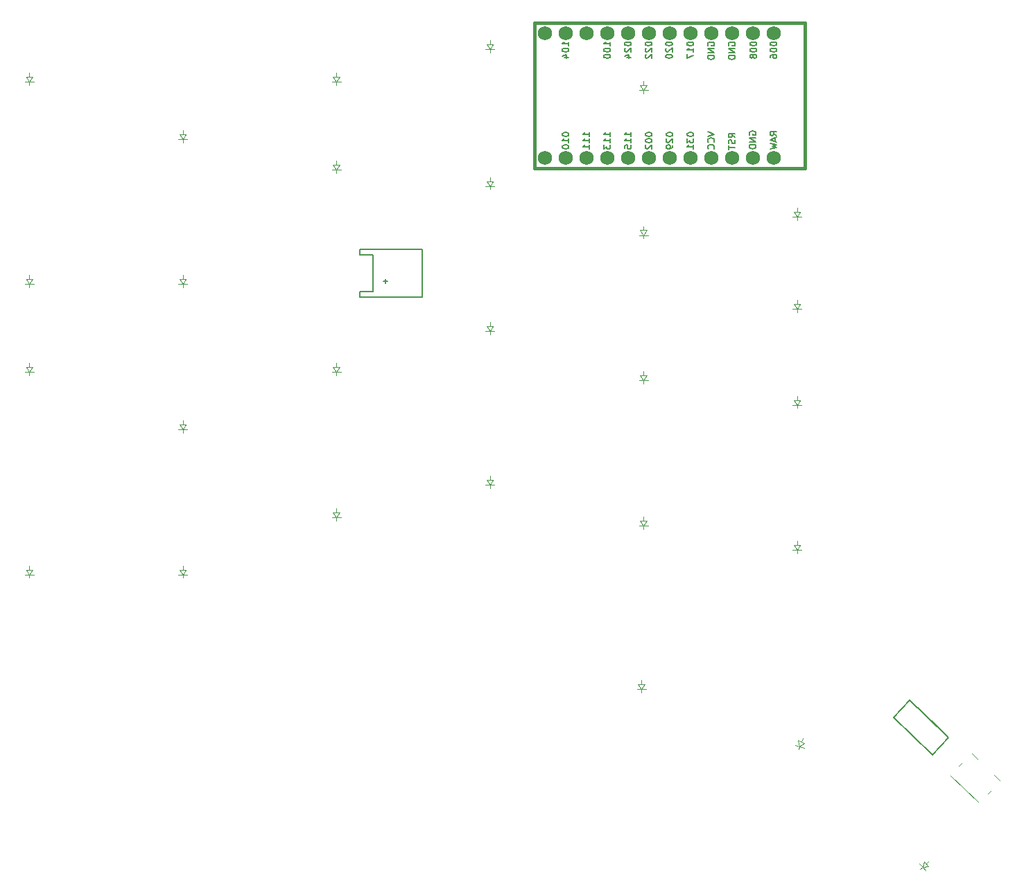
<source format=gbr>
%TF.GenerationSoftware,KiCad,Pcbnew,8.0.7*%
%TF.CreationDate,2024-12-27T12:49:26-06:00*%
%TF.ProjectId,left,6c656674-2e6b-4696-9361-645f70636258,v1.0.0*%
%TF.SameCoordinates,Original*%
%TF.FileFunction,Legend,Bot*%
%TF.FilePolarity,Positive*%
%FSLAX46Y46*%
G04 Gerber Fmt 4.6, Leading zero omitted, Abs format (unit mm)*
G04 Created by KiCad (PCBNEW 8.0.7) date 2024-12-27 12:49:26*
%MOMM*%
%LPD*%
G01*
G04 APERTURE LIST*
%ADD10C,0.150000*%
%ADD11C,0.100000*%
%ADD12C,0.381000*%
%ADD13C,0.120000*%
%ADD14C,1.752600*%
G04 APERTURE END LIST*
D10*
X195780390Y-100095143D02*
X195742295Y-100018953D01*
X195742295Y-100018953D02*
X195742295Y-99904667D01*
X195742295Y-99904667D02*
X195780390Y-99790381D01*
X195780390Y-99790381D02*
X195856580Y-99714191D01*
X195856580Y-99714191D02*
X195932771Y-99676096D01*
X195932771Y-99676096D02*
X196085152Y-99638000D01*
X196085152Y-99638000D02*
X196199438Y-99638000D01*
X196199438Y-99638000D02*
X196351819Y-99676096D01*
X196351819Y-99676096D02*
X196428009Y-99714191D01*
X196428009Y-99714191D02*
X196504200Y-99790381D01*
X196504200Y-99790381D02*
X196542295Y-99904667D01*
X196542295Y-99904667D02*
X196542295Y-99980858D01*
X196542295Y-99980858D02*
X196504200Y-100095143D01*
X196504200Y-100095143D02*
X196466104Y-100133239D01*
X196466104Y-100133239D02*
X196199438Y-100133239D01*
X196199438Y-100133239D02*
X196199438Y-99980858D01*
X196542295Y-100476096D02*
X195742295Y-100476096D01*
X195742295Y-100476096D02*
X196542295Y-100933239D01*
X196542295Y-100933239D02*
X195742295Y-100933239D01*
X196542295Y-101314191D02*
X195742295Y-101314191D01*
X195742295Y-101314191D02*
X195742295Y-101504667D01*
X195742295Y-101504667D02*
X195780390Y-101618953D01*
X195780390Y-101618953D02*
X195856580Y-101695143D01*
X195856580Y-101695143D02*
X195932771Y-101733238D01*
X195932771Y-101733238D02*
X196085152Y-101771334D01*
X196085152Y-101771334D02*
X196199438Y-101771334D01*
X196199438Y-101771334D02*
X196351819Y-101733238D01*
X196351819Y-101733238D02*
X196428009Y-101695143D01*
X196428009Y-101695143D02*
X196504200Y-101618953D01*
X196504200Y-101618953D02*
X196542295Y-101504667D01*
X196542295Y-101504667D02*
X196542295Y-101314191D01*
X190700390Y-89179476D02*
X190662295Y-89103286D01*
X190662295Y-89103286D02*
X190662295Y-88989000D01*
X190662295Y-88989000D02*
X190700390Y-88874714D01*
X190700390Y-88874714D02*
X190776580Y-88798524D01*
X190776580Y-88798524D02*
X190852771Y-88760429D01*
X190852771Y-88760429D02*
X191005152Y-88722333D01*
X191005152Y-88722333D02*
X191119438Y-88722333D01*
X191119438Y-88722333D02*
X191271819Y-88760429D01*
X191271819Y-88760429D02*
X191348009Y-88798524D01*
X191348009Y-88798524D02*
X191424200Y-88874714D01*
X191424200Y-88874714D02*
X191462295Y-88989000D01*
X191462295Y-88989000D02*
X191462295Y-89065191D01*
X191462295Y-89065191D02*
X191424200Y-89179476D01*
X191424200Y-89179476D02*
X191386104Y-89217572D01*
X191386104Y-89217572D02*
X191119438Y-89217572D01*
X191119438Y-89217572D02*
X191119438Y-89065191D01*
X191462295Y-89560429D02*
X190662295Y-89560429D01*
X190662295Y-89560429D02*
X191462295Y-90017572D01*
X191462295Y-90017572D02*
X190662295Y-90017572D01*
X191462295Y-90398524D02*
X190662295Y-90398524D01*
X190662295Y-90398524D02*
X190662295Y-90589000D01*
X190662295Y-90589000D02*
X190700390Y-90703286D01*
X190700390Y-90703286D02*
X190776580Y-90779476D01*
X190776580Y-90779476D02*
X190852771Y-90817571D01*
X190852771Y-90817571D02*
X191005152Y-90855667D01*
X191005152Y-90855667D02*
X191119438Y-90855667D01*
X191119438Y-90855667D02*
X191271819Y-90817571D01*
X191271819Y-90817571D02*
X191348009Y-90779476D01*
X191348009Y-90779476D02*
X191424200Y-90703286D01*
X191424200Y-90703286D02*
X191462295Y-90589000D01*
X191462295Y-90589000D02*
X191462295Y-90398524D01*
X183042295Y-99987191D02*
X183042295Y-100063381D01*
X183042295Y-100063381D02*
X183080390Y-100139572D01*
X183080390Y-100139572D02*
X183118485Y-100177667D01*
X183118485Y-100177667D02*
X183194676Y-100215762D01*
X183194676Y-100215762D02*
X183347057Y-100253857D01*
X183347057Y-100253857D02*
X183537533Y-100253857D01*
X183537533Y-100253857D02*
X183689914Y-100215762D01*
X183689914Y-100215762D02*
X183766104Y-100177667D01*
X183766104Y-100177667D02*
X183804200Y-100139572D01*
X183804200Y-100139572D02*
X183842295Y-100063381D01*
X183842295Y-100063381D02*
X183842295Y-99987191D01*
X183842295Y-99987191D02*
X183804200Y-99911000D01*
X183804200Y-99911000D02*
X183766104Y-99872905D01*
X183766104Y-99872905D02*
X183689914Y-99834810D01*
X183689914Y-99834810D02*
X183537533Y-99796714D01*
X183537533Y-99796714D02*
X183347057Y-99796714D01*
X183347057Y-99796714D02*
X183194676Y-99834810D01*
X183194676Y-99834810D02*
X183118485Y-99872905D01*
X183118485Y-99872905D02*
X183080390Y-99911000D01*
X183080390Y-99911000D02*
X183042295Y-99987191D01*
X183042295Y-100749096D02*
X183042295Y-100825286D01*
X183042295Y-100825286D02*
X183080390Y-100901477D01*
X183080390Y-100901477D02*
X183118485Y-100939572D01*
X183118485Y-100939572D02*
X183194676Y-100977667D01*
X183194676Y-100977667D02*
X183347057Y-101015762D01*
X183347057Y-101015762D02*
X183537533Y-101015762D01*
X183537533Y-101015762D02*
X183689914Y-100977667D01*
X183689914Y-100977667D02*
X183766104Y-100939572D01*
X183766104Y-100939572D02*
X183804200Y-100901477D01*
X183804200Y-100901477D02*
X183842295Y-100825286D01*
X183842295Y-100825286D02*
X183842295Y-100749096D01*
X183842295Y-100749096D02*
X183804200Y-100672905D01*
X183804200Y-100672905D02*
X183766104Y-100634810D01*
X183766104Y-100634810D02*
X183689914Y-100596715D01*
X183689914Y-100596715D02*
X183537533Y-100558619D01*
X183537533Y-100558619D02*
X183347057Y-100558619D01*
X183347057Y-100558619D02*
X183194676Y-100596715D01*
X183194676Y-100596715D02*
X183118485Y-100634810D01*
X183118485Y-100634810D02*
X183080390Y-100672905D01*
X183080390Y-100672905D02*
X183042295Y-100749096D01*
X183118485Y-101320524D02*
X183080390Y-101358620D01*
X183080390Y-101358620D02*
X183042295Y-101434810D01*
X183042295Y-101434810D02*
X183042295Y-101625286D01*
X183042295Y-101625286D02*
X183080390Y-101701477D01*
X183080390Y-101701477D02*
X183118485Y-101739572D01*
X183118485Y-101739572D02*
X183194676Y-101777667D01*
X183194676Y-101777667D02*
X183270866Y-101777667D01*
X183270866Y-101777667D02*
X183385152Y-101739572D01*
X183385152Y-101739572D02*
X183842295Y-101282429D01*
X183842295Y-101282429D02*
X183842295Y-101777667D01*
X185512295Y-88912810D02*
X185512295Y-88989000D01*
X185512295Y-88989000D02*
X185550390Y-89065191D01*
X185550390Y-89065191D02*
X185588485Y-89103286D01*
X185588485Y-89103286D02*
X185664676Y-89141381D01*
X185664676Y-89141381D02*
X185817057Y-89179476D01*
X185817057Y-89179476D02*
X186007533Y-89179476D01*
X186007533Y-89179476D02*
X186159914Y-89141381D01*
X186159914Y-89141381D02*
X186236104Y-89103286D01*
X186236104Y-89103286D02*
X186274200Y-89065191D01*
X186274200Y-89065191D02*
X186312295Y-88989000D01*
X186312295Y-88989000D02*
X186312295Y-88912810D01*
X186312295Y-88912810D02*
X186274200Y-88836619D01*
X186274200Y-88836619D02*
X186236104Y-88798524D01*
X186236104Y-88798524D02*
X186159914Y-88760429D01*
X186159914Y-88760429D02*
X186007533Y-88722333D01*
X186007533Y-88722333D02*
X185817057Y-88722333D01*
X185817057Y-88722333D02*
X185664676Y-88760429D01*
X185664676Y-88760429D02*
X185588485Y-88798524D01*
X185588485Y-88798524D02*
X185550390Y-88836619D01*
X185550390Y-88836619D02*
X185512295Y-88912810D01*
X185588485Y-89484238D02*
X185550390Y-89522334D01*
X185550390Y-89522334D02*
X185512295Y-89598524D01*
X185512295Y-89598524D02*
X185512295Y-89789000D01*
X185512295Y-89789000D02*
X185550390Y-89865191D01*
X185550390Y-89865191D02*
X185588485Y-89903286D01*
X185588485Y-89903286D02*
X185664676Y-89941381D01*
X185664676Y-89941381D02*
X185740866Y-89941381D01*
X185740866Y-89941381D02*
X185855152Y-89903286D01*
X185855152Y-89903286D02*
X186312295Y-89446143D01*
X186312295Y-89446143D02*
X186312295Y-89941381D01*
X185512295Y-90436620D02*
X185512295Y-90512810D01*
X185512295Y-90512810D02*
X185550390Y-90589001D01*
X185550390Y-90589001D02*
X185588485Y-90627096D01*
X185588485Y-90627096D02*
X185664676Y-90665191D01*
X185664676Y-90665191D02*
X185817057Y-90703286D01*
X185817057Y-90703286D02*
X186007533Y-90703286D01*
X186007533Y-90703286D02*
X186159914Y-90665191D01*
X186159914Y-90665191D02*
X186236104Y-90627096D01*
X186236104Y-90627096D02*
X186274200Y-90589001D01*
X186274200Y-90589001D02*
X186312295Y-90512810D01*
X186312295Y-90512810D02*
X186312295Y-90436620D01*
X186312295Y-90436620D02*
X186274200Y-90360429D01*
X186274200Y-90360429D02*
X186236104Y-90322334D01*
X186236104Y-90322334D02*
X186159914Y-90284239D01*
X186159914Y-90284239D02*
X186007533Y-90246143D01*
X186007533Y-90246143D02*
X185817057Y-90246143D01*
X185817057Y-90246143D02*
X185664676Y-90284239D01*
X185664676Y-90284239D02*
X185588485Y-90322334D01*
X185588485Y-90322334D02*
X185550390Y-90360429D01*
X185550390Y-90360429D02*
X185512295Y-90436620D01*
X188112295Y-88912810D02*
X188112295Y-88989000D01*
X188112295Y-88989000D02*
X188150390Y-89065191D01*
X188150390Y-89065191D02*
X188188485Y-89103286D01*
X188188485Y-89103286D02*
X188264676Y-89141381D01*
X188264676Y-89141381D02*
X188417057Y-89179476D01*
X188417057Y-89179476D02*
X188607533Y-89179476D01*
X188607533Y-89179476D02*
X188759914Y-89141381D01*
X188759914Y-89141381D02*
X188836104Y-89103286D01*
X188836104Y-89103286D02*
X188874200Y-89065191D01*
X188874200Y-89065191D02*
X188912295Y-88989000D01*
X188912295Y-88989000D02*
X188912295Y-88912810D01*
X188912295Y-88912810D02*
X188874200Y-88836619D01*
X188874200Y-88836619D02*
X188836104Y-88798524D01*
X188836104Y-88798524D02*
X188759914Y-88760429D01*
X188759914Y-88760429D02*
X188607533Y-88722333D01*
X188607533Y-88722333D02*
X188417057Y-88722333D01*
X188417057Y-88722333D02*
X188264676Y-88760429D01*
X188264676Y-88760429D02*
X188188485Y-88798524D01*
X188188485Y-88798524D02*
X188150390Y-88836619D01*
X188150390Y-88836619D02*
X188112295Y-88912810D01*
X188912295Y-89941381D02*
X188912295Y-89484238D01*
X188912295Y-89712810D02*
X188112295Y-89712810D01*
X188112295Y-89712810D02*
X188226580Y-89636619D01*
X188226580Y-89636619D02*
X188302771Y-89560429D01*
X188302771Y-89560429D02*
X188340866Y-89484238D01*
X188112295Y-90208048D02*
X188112295Y-90741382D01*
X188112295Y-90741382D02*
X188912295Y-90398524D01*
X195812295Y-88912810D02*
X195812295Y-88989000D01*
X195812295Y-88989000D02*
X195850390Y-89065191D01*
X195850390Y-89065191D02*
X195888485Y-89103286D01*
X195888485Y-89103286D02*
X195964676Y-89141381D01*
X195964676Y-89141381D02*
X196117057Y-89179476D01*
X196117057Y-89179476D02*
X196307533Y-89179476D01*
X196307533Y-89179476D02*
X196459914Y-89141381D01*
X196459914Y-89141381D02*
X196536104Y-89103286D01*
X196536104Y-89103286D02*
X196574200Y-89065191D01*
X196574200Y-89065191D02*
X196612295Y-88989000D01*
X196612295Y-88989000D02*
X196612295Y-88912810D01*
X196612295Y-88912810D02*
X196574200Y-88836619D01*
X196574200Y-88836619D02*
X196536104Y-88798524D01*
X196536104Y-88798524D02*
X196459914Y-88760429D01*
X196459914Y-88760429D02*
X196307533Y-88722333D01*
X196307533Y-88722333D02*
X196117057Y-88722333D01*
X196117057Y-88722333D02*
X195964676Y-88760429D01*
X195964676Y-88760429D02*
X195888485Y-88798524D01*
X195888485Y-88798524D02*
X195850390Y-88836619D01*
X195850390Y-88836619D02*
X195812295Y-88912810D01*
X195812295Y-89674715D02*
X195812295Y-89750905D01*
X195812295Y-89750905D02*
X195850390Y-89827096D01*
X195850390Y-89827096D02*
X195888485Y-89865191D01*
X195888485Y-89865191D02*
X195964676Y-89903286D01*
X195964676Y-89903286D02*
X196117057Y-89941381D01*
X196117057Y-89941381D02*
X196307533Y-89941381D01*
X196307533Y-89941381D02*
X196459914Y-89903286D01*
X196459914Y-89903286D02*
X196536104Y-89865191D01*
X196536104Y-89865191D02*
X196574200Y-89827096D01*
X196574200Y-89827096D02*
X196612295Y-89750905D01*
X196612295Y-89750905D02*
X196612295Y-89674715D01*
X196612295Y-89674715D02*
X196574200Y-89598524D01*
X196574200Y-89598524D02*
X196536104Y-89560429D01*
X196536104Y-89560429D02*
X196459914Y-89522334D01*
X196459914Y-89522334D02*
X196307533Y-89484238D01*
X196307533Y-89484238D02*
X196117057Y-89484238D01*
X196117057Y-89484238D02*
X195964676Y-89522334D01*
X195964676Y-89522334D02*
X195888485Y-89560429D01*
X195888485Y-89560429D02*
X195850390Y-89598524D01*
X195850390Y-89598524D02*
X195812295Y-89674715D01*
X196155152Y-90398524D02*
X196117057Y-90322334D01*
X196117057Y-90322334D02*
X196078961Y-90284239D01*
X196078961Y-90284239D02*
X196002771Y-90246143D01*
X196002771Y-90246143D02*
X195964676Y-90246143D01*
X195964676Y-90246143D02*
X195888485Y-90284239D01*
X195888485Y-90284239D02*
X195850390Y-90322334D01*
X195850390Y-90322334D02*
X195812295Y-90398524D01*
X195812295Y-90398524D02*
X195812295Y-90550905D01*
X195812295Y-90550905D02*
X195850390Y-90627096D01*
X195850390Y-90627096D02*
X195888485Y-90665191D01*
X195888485Y-90665191D02*
X195964676Y-90703286D01*
X195964676Y-90703286D02*
X196002771Y-90703286D01*
X196002771Y-90703286D02*
X196078961Y-90665191D01*
X196078961Y-90665191D02*
X196117057Y-90627096D01*
X196117057Y-90627096D02*
X196155152Y-90550905D01*
X196155152Y-90550905D02*
X196155152Y-90398524D01*
X196155152Y-90398524D02*
X196193247Y-90322334D01*
X196193247Y-90322334D02*
X196231342Y-90284239D01*
X196231342Y-90284239D02*
X196307533Y-90246143D01*
X196307533Y-90246143D02*
X196459914Y-90246143D01*
X196459914Y-90246143D02*
X196536104Y-90284239D01*
X196536104Y-90284239D02*
X196574200Y-90322334D01*
X196574200Y-90322334D02*
X196612295Y-90398524D01*
X196612295Y-90398524D02*
X196612295Y-90550905D01*
X196612295Y-90550905D02*
X196574200Y-90627096D01*
X196574200Y-90627096D02*
X196536104Y-90665191D01*
X196536104Y-90665191D02*
X196459914Y-90703286D01*
X196459914Y-90703286D02*
X196307533Y-90703286D01*
X196307533Y-90703286D02*
X196231342Y-90665191D01*
X196231342Y-90665191D02*
X196193247Y-90627096D01*
X196193247Y-90627096D02*
X196155152Y-90550905D01*
X178762295Y-89179476D02*
X178762295Y-88722333D01*
X178762295Y-88950905D02*
X177962295Y-88950905D01*
X177962295Y-88950905D02*
X178076580Y-88874714D01*
X178076580Y-88874714D02*
X178152771Y-88798524D01*
X178152771Y-88798524D02*
X178190866Y-88722333D01*
X177962295Y-89674715D02*
X177962295Y-89750905D01*
X177962295Y-89750905D02*
X178000390Y-89827096D01*
X178000390Y-89827096D02*
X178038485Y-89865191D01*
X178038485Y-89865191D02*
X178114676Y-89903286D01*
X178114676Y-89903286D02*
X178267057Y-89941381D01*
X178267057Y-89941381D02*
X178457533Y-89941381D01*
X178457533Y-89941381D02*
X178609914Y-89903286D01*
X178609914Y-89903286D02*
X178686104Y-89865191D01*
X178686104Y-89865191D02*
X178724200Y-89827096D01*
X178724200Y-89827096D02*
X178762295Y-89750905D01*
X178762295Y-89750905D02*
X178762295Y-89674715D01*
X178762295Y-89674715D02*
X178724200Y-89598524D01*
X178724200Y-89598524D02*
X178686104Y-89560429D01*
X178686104Y-89560429D02*
X178609914Y-89522334D01*
X178609914Y-89522334D02*
X178457533Y-89484238D01*
X178457533Y-89484238D02*
X178267057Y-89484238D01*
X178267057Y-89484238D02*
X178114676Y-89522334D01*
X178114676Y-89522334D02*
X178038485Y-89560429D01*
X178038485Y-89560429D02*
X178000390Y-89598524D01*
X178000390Y-89598524D02*
X177962295Y-89674715D01*
X177962295Y-90436620D02*
X177962295Y-90512810D01*
X177962295Y-90512810D02*
X178000390Y-90589001D01*
X178000390Y-90589001D02*
X178038485Y-90627096D01*
X178038485Y-90627096D02*
X178114676Y-90665191D01*
X178114676Y-90665191D02*
X178267057Y-90703286D01*
X178267057Y-90703286D02*
X178457533Y-90703286D01*
X178457533Y-90703286D02*
X178609914Y-90665191D01*
X178609914Y-90665191D02*
X178686104Y-90627096D01*
X178686104Y-90627096D02*
X178724200Y-90589001D01*
X178724200Y-90589001D02*
X178762295Y-90512810D01*
X178762295Y-90512810D02*
X178762295Y-90436620D01*
X178762295Y-90436620D02*
X178724200Y-90360429D01*
X178724200Y-90360429D02*
X178686104Y-90322334D01*
X178686104Y-90322334D02*
X178609914Y-90284239D01*
X178609914Y-90284239D02*
X178457533Y-90246143D01*
X178457533Y-90246143D02*
X178267057Y-90246143D01*
X178267057Y-90246143D02*
X178114676Y-90284239D01*
X178114676Y-90284239D02*
X178038485Y-90322334D01*
X178038485Y-90322334D02*
X178000390Y-90360429D01*
X178000390Y-90360429D02*
X177962295Y-90436620D01*
X180502295Y-88912810D02*
X180502295Y-88989000D01*
X180502295Y-88989000D02*
X180540390Y-89065191D01*
X180540390Y-89065191D02*
X180578485Y-89103286D01*
X180578485Y-89103286D02*
X180654676Y-89141381D01*
X180654676Y-89141381D02*
X180807057Y-89179476D01*
X180807057Y-89179476D02*
X180997533Y-89179476D01*
X180997533Y-89179476D02*
X181149914Y-89141381D01*
X181149914Y-89141381D02*
X181226104Y-89103286D01*
X181226104Y-89103286D02*
X181264200Y-89065191D01*
X181264200Y-89065191D02*
X181302295Y-88989000D01*
X181302295Y-88989000D02*
X181302295Y-88912810D01*
X181302295Y-88912810D02*
X181264200Y-88836619D01*
X181264200Y-88836619D02*
X181226104Y-88798524D01*
X181226104Y-88798524D02*
X181149914Y-88760429D01*
X181149914Y-88760429D02*
X180997533Y-88722333D01*
X180997533Y-88722333D02*
X180807057Y-88722333D01*
X180807057Y-88722333D02*
X180654676Y-88760429D01*
X180654676Y-88760429D02*
X180578485Y-88798524D01*
X180578485Y-88798524D02*
X180540390Y-88836619D01*
X180540390Y-88836619D02*
X180502295Y-88912810D01*
X180578485Y-89484238D02*
X180540390Y-89522334D01*
X180540390Y-89522334D02*
X180502295Y-89598524D01*
X180502295Y-89598524D02*
X180502295Y-89789000D01*
X180502295Y-89789000D02*
X180540390Y-89865191D01*
X180540390Y-89865191D02*
X180578485Y-89903286D01*
X180578485Y-89903286D02*
X180654676Y-89941381D01*
X180654676Y-89941381D02*
X180730866Y-89941381D01*
X180730866Y-89941381D02*
X180845152Y-89903286D01*
X180845152Y-89903286D02*
X181302295Y-89446143D01*
X181302295Y-89446143D02*
X181302295Y-89941381D01*
X180768961Y-90627096D02*
X181302295Y-90627096D01*
X180464200Y-90436620D02*
X181035628Y-90246143D01*
X181035628Y-90246143D02*
X181035628Y-90741382D01*
X199082295Y-100171334D02*
X198701342Y-99904667D01*
X199082295Y-99714191D02*
X198282295Y-99714191D01*
X198282295Y-99714191D02*
X198282295Y-100018953D01*
X198282295Y-100018953D02*
X198320390Y-100095143D01*
X198320390Y-100095143D02*
X198358485Y-100133238D01*
X198358485Y-100133238D02*
X198434676Y-100171334D01*
X198434676Y-100171334D02*
X198548961Y-100171334D01*
X198548961Y-100171334D02*
X198625152Y-100133238D01*
X198625152Y-100133238D02*
X198663247Y-100095143D01*
X198663247Y-100095143D02*
X198701342Y-100018953D01*
X198701342Y-100018953D02*
X198701342Y-99714191D01*
X198853723Y-100476095D02*
X198853723Y-100857048D01*
X199082295Y-100399905D02*
X198282295Y-100666572D01*
X198282295Y-100666572D02*
X199082295Y-100933238D01*
X198282295Y-101123714D02*
X199082295Y-101314190D01*
X199082295Y-101314190D02*
X198510866Y-101466571D01*
X198510866Y-101466571D02*
X199082295Y-101618952D01*
X199082295Y-101618952D02*
X198282295Y-101809429D01*
X190662295Y-99720524D02*
X191462295Y-99987191D01*
X191462295Y-99987191D02*
X190662295Y-100253857D01*
X191386104Y-100977667D02*
X191424200Y-100939571D01*
X191424200Y-100939571D02*
X191462295Y-100825286D01*
X191462295Y-100825286D02*
X191462295Y-100749095D01*
X191462295Y-100749095D02*
X191424200Y-100634809D01*
X191424200Y-100634809D02*
X191348009Y-100558619D01*
X191348009Y-100558619D02*
X191271819Y-100520524D01*
X191271819Y-100520524D02*
X191119438Y-100482428D01*
X191119438Y-100482428D02*
X191005152Y-100482428D01*
X191005152Y-100482428D02*
X190852771Y-100520524D01*
X190852771Y-100520524D02*
X190776580Y-100558619D01*
X190776580Y-100558619D02*
X190700390Y-100634809D01*
X190700390Y-100634809D02*
X190662295Y-100749095D01*
X190662295Y-100749095D02*
X190662295Y-100825286D01*
X190662295Y-100825286D02*
X190700390Y-100939571D01*
X190700390Y-100939571D02*
X190738485Y-100977667D01*
X191386104Y-101777667D02*
X191424200Y-101739571D01*
X191424200Y-101739571D02*
X191462295Y-101625286D01*
X191462295Y-101625286D02*
X191462295Y-101549095D01*
X191462295Y-101549095D02*
X191424200Y-101434809D01*
X191424200Y-101434809D02*
X191348009Y-101358619D01*
X191348009Y-101358619D02*
X191271819Y-101320524D01*
X191271819Y-101320524D02*
X191119438Y-101282428D01*
X191119438Y-101282428D02*
X191005152Y-101282428D01*
X191005152Y-101282428D02*
X190852771Y-101320524D01*
X190852771Y-101320524D02*
X190776580Y-101358619D01*
X190776580Y-101358619D02*
X190700390Y-101434809D01*
X190700390Y-101434809D02*
X190662295Y-101549095D01*
X190662295Y-101549095D02*
X190662295Y-101625286D01*
X190662295Y-101625286D02*
X190700390Y-101739571D01*
X190700390Y-101739571D02*
X190738485Y-101777667D01*
X194002295Y-100399905D02*
X193621342Y-100133238D01*
X194002295Y-99942762D02*
X193202295Y-99942762D01*
X193202295Y-99942762D02*
X193202295Y-100247524D01*
X193202295Y-100247524D02*
X193240390Y-100323714D01*
X193240390Y-100323714D02*
X193278485Y-100361809D01*
X193278485Y-100361809D02*
X193354676Y-100399905D01*
X193354676Y-100399905D02*
X193468961Y-100399905D01*
X193468961Y-100399905D02*
X193545152Y-100361809D01*
X193545152Y-100361809D02*
X193583247Y-100323714D01*
X193583247Y-100323714D02*
X193621342Y-100247524D01*
X193621342Y-100247524D02*
X193621342Y-99942762D01*
X193964200Y-100704666D02*
X194002295Y-100818952D01*
X194002295Y-100818952D02*
X194002295Y-101009428D01*
X194002295Y-101009428D02*
X193964200Y-101085619D01*
X193964200Y-101085619D02*
X193926104Y-101123714D01*
X193926104Y-101123714D02*
X193849914Y-101161809D01*
X193849914Y-101161809D02*
X193773723Y-101161809D01*
X193773723Y-101161809D02*
X193697533Y-101123714D01*
X193697533Y-101123714D02*
X193659438Y-101085619D01*
X193659438Y-101085619D02*
X193621342Y-101009428D01*
X193621342Y-101009428D02*
X193583247Y-100857047D01*
X193583247Y-100857047D02*
X193545152Y-100780857D01*
X193545152Y-100780857D02*
X193507057Y-100742762D01*
X193507057Y-100742762D02*
X193430866Y-100704666D01*
X193430866Y-100704666D02*
X193354676Y-100704666D01*
X193354676Y-100704666D02*
X193278485Y-100742762D01*
X193278485Y-100742762D02*
X193240390Y-100780857D01*
X193240390Y-100780857D02*
X193202295Y-100857047D01*
X193202295Y-100857047D02*
X193202295Y-101047524D01*
X193202295Y-101047524D02*
X193240390Y-101161809D01*
X193202295Y-101390381D02*
X193202295Y-101847524D01*
X194002295Y-101618952D02*
X193202295Y-101618952D01*
X185582295Y-99987191D02*
X185582295Y-100063381D01*
X185582295Y-100063381D02*
X185620390Y-100139572D01*
X185620390Y-100139572D02*
X185658485Y-100177667D01*
X185658485Y-100177667D02*
X185734676Y-100215762D01*
X185734676Y-100215762D02*
X185887057Y-100253857D01*
X185887057Y-100253857D02*
X186077533Y-100253857D01*
X186077533Y-100253857D02*
X186229914Y-100215762D01*
X186229914Y-100215762D02*
X186306104Y-100177667D01*
X186306104Y-100177667D02*
X186344200Y-100139572D01*
X186344200Y-100139572D02*
X186382295Y-100063381D01*
X186382295Y-100063381D02*
X186382295Y-99987191D01*
X186382295Y-99987191D02*
X186344200Y-99911000D01*
X186344200Y-99911000D02*
X186306104Y-99872905D01*
X186306104Y-99872905D02*
X186229914Y-99834810D01*
X186229914Y-99834810D02*
X186077533Y-99796714D01*
X186077533Y-99796714D02*
X185887057Y-99796714D01*
X185887057Y-99796714D02*
X185734676Y-99834810D01*
X185734676Y-99834810D02*
X185658485Y-99872905D01*
X185658485Y-99872905D02*
X185620390Y-99911000D01*
X185620390Y-99911000D02*
X185582295Y-99987191D01*
X185658485Y-100558619D02*
X185620390Y-100596715D01*
X185620390Y-100596715D02*
X185582295Y-100672905D01*
X185582295Y-100672905D02*
X185582295Y-100863381D01*
X185582295Y-100863381D02*
X185620390Y-100939572D01*
X185620390Y-100939572D02*
X185658485Y-100977667D01*
X185658485Y-100977667D02*
X185734676Y-101015762D01*
X185734676Y-101015762D02*
X185810866Y-101015762D01*
X185810866Y-101015762D02*
X185925152Y-100977667D01*
X185925152Y-100977667D02*
X186382295Y-100520524D01*
X186382295Y-100520524D02*
X186382295Y-101015762D01*
X186382295Y-101396715D02*
X186382295Y-101549096D01*
X186382295Y-101549096D02*
X186344200Y-101625286D01*
X186344200Y-101625286D02*
X186306104Y-101663382D01*
X186306104Y-101663382D02*
X186191819Y-101739572D01*
X186191819Y-101739572D02*
X186039438Y-101777667D01*
X186039438Y-101777667D02*
X185734676Y-101777667D01*
X185734676Y-101777667D02*
X185658485Y-101739572D01*
X185658485Y-101739572D02*
X185620390Y-101701477D01*
X185620390Y-101701477D02*
X185582295Y-101625286D01*
X185582295Y-101625286D02*
X185582295Y-101472905D01*
X185582295Y-101472905D02*
X185620390Y-101396715D01*
X185620390Y-101396715D02*
X185658485Y-101358620D01*
X185658485Y-101358620D02*
X185734676Y-101320524D01*
X185734676Y-101320524D02*
X185925152Y-101320524D01*
X185925152Y-101320524D02*
X186001342Y-101358620D01*
X186001342Y-101358620D02*
X186039438Y-101396715D01*
X186039438Y-101396715D02*
X186077533Y-101472905D01*
X186077533Y-101472905D02*
X186077533Y-101625286D01*
X186077533Y-101625286D02*
X186039438Y-101701477D01*
X186039438Y-101701477D02*
X186001342Y-101739572D01*
X186001342Y-101739572D02*
X185925152Y-101777667D01*
X173682295Y-89179476D02*
X173682295Y-88722333D01*
X173682295Y-88950905D02*
X172882295Y-88950905D01*
X172882295Y-88950905D02*
X172996580Y-88874714D01*
X172996580Y-88874714D02*
X173072771Y-88798524D01*
X173072771Y-88798524D02*
X173110866Y-88722333D01*
X172882295Y-89674715D02*
X172882295Y-89750905D01*
X172882295Y-89750905D02*
X172920390Y-89827096D01*
X172920390Y-89827096D02*
X172958485Y-89865191D01*
X172958485Y-89865191D02*
X173034676Y-89903286D01*
X173034676Y-89903286D02*
X173187057Y-89941381D01*
X173187057Y-89941381D02*
X173377533Y-89941381D01*
X173377533Y-89941381D02*
X173529914Y-89903286D01*
X173529914Y-89903286D02*
X173606104Y-89865191D01*
X173606104Y-89865191D02*
X173644200Y-89827096D01*
X173644200Y-89827096D02*
X173682295Y-89750905D01*
X173682295Y-89750905D02*
X173682295Y-89674715D01*
X173682295Y-89674715D02*
X173644200Y-89598524D01*
X173644200Y-89598524D02*
X173606104Y-89560429D01*
X173606104Y-89560429D02*
X173529914Y-89522334D01*
X173529914Y-89522334D02*
X173377533Y-89484238D01*
X173377533Y-89484238D02*
X173187057Y-89484238D01*
X173187057Y-89484238D02*
X173034676Y-89522334D01*
X173034676Y-89522334D02*
X172958485Y-89560429D01*
X172958485Y-89560429D02*
X172920390Y-89598524D01*
X172920390Y-89598524D02*
X172882295Y-89674715D01*
X173148961Y-90627096D02*
X173682295Y-90627096D01*
X172844200Y-90436620D02*
X173415628Y-90246143D01*
X173415628Y-90246143D02*
X173415628Y-90741382D01*
X172882295Y-99987191D02*
X172882295Y-100063381D01*
X172882295Y-100063381D02*
X172920390Y-100139572D01*
X172920390Y-100139572D02*
X172958485Y-100177667D01*
X172958485Y-100177667D02*
X173034676Y-100215762D01*
X173034676Y-100215762D02*
X173187057Y-100253857D01*
X173187057Y-100253857D02*
X173377533Y-100253857D01*
X173377533Y-100253857D02*
X173529914Y-100215762D01*
X173529914Y-100215762D02*
X173606104Y-100177667D01*
X173606104Y-100177667D02*
X173644200Y-100139572D01*
X173644200Y-100139572D02*
X173682295Y-100063381D01*
X173682295Y-100063381D02*
X173682295Y-99987191D01*
X173682295Y-99987191D02*
X173644200Y-99911000D01*
X173644200Y-99911000D02*
X173606104Y-99872905D01*
X173606104Y-99872905D02*
X173529914Y-99834810D01*
X173529914Y-99834810D02*
X173377533Y-99796714D01*
X173377533Y-99796714D02*
X173187057Y-99796714D01*
X173187057Y-99796714D02*
X173034676Y-99834810D01*
X173034676Y-99834810D02*
X172958485Y-99872905D01*
X172958485Y-99872905D02*
X172920390Y-99911000D01*
X172920390Y-99911000D02*
X172882295Y-99987191D01*
X173682295Y-101015762D02*
X173682295Y-100558619D01*
X173682295Y-100787191D02*
X172882295Y-100787191D01*
X172882295Y-100787191D02*
X172996580Y-100711000D01*
X172996580Y-100711000D02*
X173072771Y-100634810D01*
X173072771Y-100634810D02*
X173110866Y-100558619D01*
X172882295Y-101511001D02*
X172882295Y-101587191D01*
X172882295Y-101587191D02*
X172920390Y-101663382D01*
X172920390Y-101663382D02*
X172958485Y-101701477D01*
X172958485Y-101701477D02*
X173034676Y-101739572D01*
X173034676Y-101739572D02*
X173187057Y-101777667D01*
X173187057Y-101777667D02*
X173377533Y-101777667D01*
X173377533Y-101777667D02*
X173529914Y-101739572D01*
X173529914Y-101739572D02*
X173606104Y-101701477D01*
X173606104Y-101701477D02*
X173644200Y-101663382D01*
X173644200Y-101663382D02*
X173682295Y-101587191D01*
X173682295Y-101587191D02*
X173682295Y-101511001D01*
X173682295Y-101511001D02*
X173644200Y-101434810D01*
X173644200Y-101434810D02*
X173606104Y-101396715D01*
X173606104Y-101396715D02*
X173529914Y-101358620D01*
X173529914Y-101358620D02*
X173377533Y-101320524D01*
X173377533Y-101320524D02*
X173187057Y-101320524D01*
X173187057Y-101320524D02*
X173034676Y-101358620D01*
X173034676Y-101358620D02*
X172958485Y-101396715D01*
X172958485Y-101396715D02*
X172920390Y-101434810D01*
X172920390Y-101434810D02*
X172882295Y-101511001D01*
X176222295Y-100253857D02*
X176222295Y-99796714D01*
X176222295Y-100025286D02*
X175422295Y-100025286D01*
X175422295Y-100025286D02*
X175536580Y-99949095D01*
X175536580Y-99949095D02*
X175612771Y-99872905D01*
X175612771Y-99872905D02*
X175650866Y-99796714D01*
X176222295Y-101015762D02*
X176222295Y-100558619D01*
X176222295Y-100787191D02*
X175422295Y-100787191D01*
X175422295Y-100787191D02*
X175536580Y-100711000D01*
X175536580Y-100711000D02*
X175612771Y-100634810D01*
X175612771Y-100634810D02*
X175650866Y-100558619D01*
X176222295Y-101777667D02*
X176222295Y-101320524D01*
X176222295Y-101549096D02*
X175422295Y-101549096D01*
X175422295Y-101549096D02*
X175536580Y-101472905D01*
X175536580Y-101472905D02*
X175612771Y-101396715D01*
X175612771Y-101396715D02*
X175650866Y-101320524D01*
X198282295Y-88912810D02*
X198282295Y-88989000D01*
X198282295Y-88989000D02*
X198320390Y-89065191D01*
X198320390Y-89065191D02*
X198358485Y-89103286D01*
X198358485Y-89103286D02*
X198434676Y-89141381D01*
X198434676Y-89141381D02*
X198587057Y-89179476D01*
X198587057Y-89179476D02*
X198777533Y-89179476D01*
X198777533Y-89179476D02*
X198929914Y-89141381D01*
X198929914Y-89141381D02*
X199006104Y-89103286D01*
X199006104Y-89103286D02*
X199044200Y-89065191D01*
X199044200Y-89065191D02*
X199082295Y-88989000D01*
X199082295Y-88989000D02*
X199082295Y-88912810D01*
X199082295Y-88912810D02*
X199044200Y-88836619D01*
X199044200Y-88836619D02*
X199006104Y-88798524D01*
X199006104Y-88798524D02*
X198929914Y-88760429D01*
X198929914Y-88760429D02*
X198777533Y-88722333D01*
X198777533Y-88722333D02*
X198587057Y-88722333D01*
X198587057Y-88722333D02*
X198434676Y-88760429D01*
X198434676Y-88760429D02*
X198358485Y-88798524D01*
X198358485Y-88798524D02*
X198320390Y-88836619D01*
X198320390Y-88836619D02*
X198282295Y-88912810D01*
X198282295Y-89674715D02*
X198282295Y-89750905D01*
X198282295Y-89750905D02*
X198320390Y-89827096D01*
X198320390Y-89827096D02*
X198358485Y-89865191D01*
X198358485Y-89865191D02*
X198434676Y-89903286D01*
X198434676Y-89903286D02*
X198587057Y-89941381D01*
X198587057Y-89941381D02*
X198777533Y-89941381D01*
X198777533Y-89941381D02*
X198929914Y-89903286D01*
X198929914Y-89903286D02*
X199006104Y-89865191D01*
X199006104Y-89865191D02*
X199044200Y-89827096D01*
X199044200Y-89827096D02*
X199082295Y-89750905D01*
X199082295Y-89750905D02*
X199082295Y-89674715D01*
X199082295Y-89674715D02*
X199044200Y-89598524D01*
X199044200Y-89598524D02*
X199006104Y-89560429D01*
X199006104Y-89560429D02*
X198929914Y-89522334D01*
X198929914Y-89522334D02*
X198777533Y-89484238D01*
X198777533Y-89484238D02*
X198587057Y-89484238D01*
X198587057Y-89484238D02*
X198434676Y-89522334D01*
X198434676Y-89522334D02*
X198358485Y-89560429D01*
X198358485Y-89560429D02*
X198320390Y-89598524D01*
X198320390Y-89598524D02*
X198282295Y-89674715D01*
X198282295Y-90627096D02*
X198282295Y-90474715D01*
X198282295Y-90474715D02*
X198320390Y-90398524D01*
X198320390Y-90398524D02*
X198358485Y-90360429D01*
X198358485Y-90360429D02*
X198472771Y-90284239D01*
X198472771Y-90284239D02*
X198625152Y-90246143D01*
X198625152Y-90246143D02*
X198929914Y-90246143D01*
X198929914Y-90246143D02*
X199006104Y-90284239D01*
X199006104Y-90284239D02*
X199044200Y-90322334D01*
X199044200Y-90322334D02*
X199082295Y-90398524D01*
X199082295Y-90398524D02*
X199082295Y-90550905D01*
X199082295Y-90550905D02*
X199044200Y-90627096D01*
X199044200Y-90627096D02*
X199006104Y-90665191D01*
X199006104Y-90665191D02*
X198929914Y-90703286D01*
X198929914Y-90703286D02*
X198739438Y-90703286D01*
X198739438Y-90703286D02*
X198663247Y-90665191D01*
X198663247Y-90665191D02*
X198625152Y-90627096D01*
X198625152Y-90627096D02*
X198587057Y-90550905D01*
X198587057Y-90550905D02*
X198587057Y-90398524D01*
X198587057Y-90398524D02*
X198625152Y-90322334D01*
X198625152Y-90322334D02*
X198663247Y-90284239D01*
X198663247Y-90284239D02*
X198739438Y-90246143D01*
X193240390Y-89179476D02*
X193202295Y-89103286D01*
X193202295Y-89103286D02*
X193202295Y-88989000D01*
X193202295Y-88989000D02*
X193240390Y-88874714D01*
X193240390Y-88874714D02*
X193316580Y-88798524D01*
X193316580Y-88798524D02*
X193392771Y-88760429D01*
X193392771Y-88760429D02*
X193545152Y-88722333D01*
X193545152Y-88722333D02*
X193659438Y-88722333D01*
X193659438Y-88722333D02*
X193811819Y-88760429D01*
X193811819Y-88760429D02*
X193888009Y-88798524D01*
X193888009Y-88798524D02*
X193964200Y-88874714D01*
X193964200Y-88874714D02*
X194002295Y-88989000D01*
X194002295Y-88989000D02*
X194002295Y-89065191D01*
X194002295Y-89065191D02*
X193964200Y-89179476D01*
X193964200Y-89179476D02*
X193926104Y-89217572D01*
X193926104Y-89217572D02*
X193659438Y-89217572D01*
X193659438Y-89217572D02*
X193659438Y-89065191D01*
X194002295Y-89560429D02*
X193202295Y-89560429D01*
X193202295Y-89560429D02*
X194002295Y-90017572D01*
X194002295Y-90017572D02*
X193202295Y-90017572D01*
X194002295Y-90398524D02*
X193202295Y-90398524D01*
X193202295Y-90398524D02*
X193202295Y-90589000D01*
X193202295Y-90589000D02*
X193240390Y-90703286D01*
X193240390Y-90703286D02*
X193316580Y-90779476D01*
X193316580Y-90779476D02*
X193392771Y-90817571D01*
X193392771Y-90817571D02*
X193545152Y-90855667D01*
X193545152Y-90855667D02*
X193659438Y-90855667D01*
X193659438Y-90855667D02*
X193811819Y-90817571D01*
X193811819Y-90817571D02*
X193888009Y-90779476D01*
X193888009Y-90779476D02*
X193964200Y-90703286D01*
X193964200Y-90703286D02*
X194002295Y-90589000D01*
X194002295Y-90589000D02*
X194002295Y-90398524D01*
X181302295Y-100253857D02*
X181302295Y-99796714D01*
X181302295Y-100025286D02*
X180502295Y-100025286D01*
X180502295Y-100025286D02*
X180616580Y-99949095D01*
X180616580Y-99949095D02*
X180692771Y-99872905D01*
X180692771Y-99872905D02*
X180730866Y-99796714D01*
X181302295Y-101015762D02*
X181302295Y-100558619D01*
X181302295Y-100787191D02*
X180502295Y-100787191D01*
X180502295Y-100787191D02*
X180616580Y-100711000D01*
X180616580Y-100711000D02*
X180692771Y-100634810D01*
X180692771Y-100634810D02*
X180730866Y-100558619D01*
X180502295Y-101739572D02*
X180502295Y-101358620D01*
X180502295Y-101358620D02*
X180883247Y-101320524D01*
X180883247Y-101320524D02*
X180845152Y-101358620D01*
X180845152Y-101358620D02*
X180807057Y-101434810D01*
X180807057Y-101434810D02*
X180807057Y-101625286D01*
X180807057Y-101625286D02*
X180845152Y-101701477D01*
X180845152Y-101701477D02*
X180883247Y-101739572D01*
X180883247Y-101739572D02*
X180959438Y-101777667D01*
X180959438Y-101777667D02*
X181149914Y-101777667D01*
X181149914Y-101777667D02*
X181226104Y-101739572D01*
X181226104Y-101739572D02*
X181264200Y-101701477D01*
X181264200Y-101701477D02*
X181302295Y-101625286D01*
X181302295Y-101625286D02*
X181302295Y-101434810D01*
X181302295Y-101434810D02*
X181264200Y-101358620D01*
X181264200Y-101358620D02*
X181226104Y-101320524D01*
X178762295Y-100253857D02*
X178762295Y-99796714D01*
X178762295Y-100025286D02*
X177962295Y-100025286D01*
X177962295Y-100025286D02*
X178076580Y-99949095D01*
X178076580Y-99949095D02*
X178152771Y-99872905D01*
X178152771Y-99872905D02*
X178190866Y-99796714D01*
X178762295Y-101015762D02*
X178762295Y-100558619D01*
X178762295Y-100787191D02*
X177962295Y-100787191D01*
X177962295Y-100787191D02*
X178076580Y-100711000D01*
X178076580Y-100711000D02*
X178152771Y-100634810D01*
X178152771Y-100634810D02*
X178190866Y-100558619D01*
X177962295Y-101282429D02*
X177962295Y-101777667D01*
X177962295Y-101777667D02*
X178267057Y-101511001D01*
X178267057Y-101511001D02*
X178267057Y-101625286D01*
X178267057Y-101625286D02*
X178305152Y-101701477D01*
X178305152Y-101701477D02*
X178343247Y-101739572D01*
X178343247Y-101739572D02*
X178419438Y-101777667D01*
X178419438Y-101777667D02*
X178609914Y-101777667D01*
X178609914Y-101777667D02*
X178686104Y-101739572D01*
X178686104Y-101739572D02*
X178724200Y-101701477D01*
X178724200Y-101701477D02*
X178762295Y-101625286D01*
X178762295Y-101625286D02*
X178762295Y-101396715D01*
X178762295Y-101396715D02*
X178724200Y-101320524D01*
X178724200Y-101320524D02*
X178686104Y-101282429D01*
X183012295Y-88912810D02*
X183012295Y-88989000D01*
X183012295Y-88989000D02*
X183050390Y-89065191D01*
X183050390Y-89065191D02*
X183088485Y-89103286D01*
X183088485Y-89103286D02*
X183164676Y-89141381D01*
X183164676Y-89141381D02*
X183317057Y-89179476D01*
X183317057Y-89179476D02*
X183507533Y-89179476D01*
X183507533Y-89179476D02*
X183659914Y-89141381D01*
X183659914Y-89141381D02*
X183736104Y-89103286D01*
X183736104Y-89103286D02*
X183774200Y-89065191D01*
X183774200Y-89065191D02*
X183812295Y-88989000D01*
X183812295Y-88989000D02*
X183812295Y-88912810D01*
X183812295Y-88912810D02*
X183774200Y-88836619D01*
X183774200Y-88836619D02*
X183736104Y-88798524D01*
X183736104Y-88798524D02*
X183659914Y-88760429D01*
X183659914Y-88760429D02*
X183507533Y-88722333D01*
X183507533Y-88722333D02*
X183317057Y-88722333D01*
X183317057Y-88722333D02*
X183164676Y-88760429D01*
X183164676Y-88760429D02*
X183088485Y-88798524D01*
X183088485Y-88798524D02*
X183050390Y-88836619D01*
X183050390Y-88836619D02*
X183012295Y-88912810D01*
X183088485Y-89484238D02*
X183050390Y-89522334D01*
X183050390Y-89522334D02*
X183012295Y-89598524D01*
X183012295Y-89598524D02*
X183012295Y-89789000D01*
X183012295Y-89789000D02*
X183050390Y-89865191D01*
X183050390Y-89865191D02*
X183088485Y-89903286D01*
X183088485Y-89903286D02*
X183164676Y-89941381D01*
X183164676Y-89941381D02*
X183240866Y-89941381D01*
X183240866Y-89941381D02*
X183355152Y-89903286D01*
X183355152Y-89903286D02*
X183812295Y-89446143D01*
X183812295Y-89446143D02*
X183812295Y-89941381D01*
X183088485Y-90246143D02*
X183050390Y-90284239D01*
X183050390Y-90284239D02*
X183012295Y-90360429D01*
X183012295Y-90360429D02*
X183012295Y-90550905D01*
X183012295Y-90550905D02*
X183050390Y-90627096D01*
X183050390Y-90627096D02*
X183088485Y-90665191D01*
X183088485Y-90665191D02*
X183164676Y-90703286D01*
X183164676Y-90703286D02*
X183240866Y-90703286D01*
X183240866Y-90703286D02*
X183355152Y-90665191D01*
X183355152Y-90665191D02*
X183812295Y-90208048D01*
X183812295Y-90208048D02*
X183812295Y-90703286D01*
X188122295Y-99987191D02*
X188122295Y-100063381D01*
X188122295Y-100063381D02*
X188160390Y-100139572D01*
X188160390Y-100139572D02*
X188198485Y-100177667D01*
X188198485Y-100177667D02*
X188274676Y-100215762D01*
X188274676Y-100215762D02*
X188427057Y-100253857D01*
X188427057Y-100253857D02*
X188617533Y-100253857D01*
X188617533Y-100253857D02*
X188769914Y-100215762D01*
X188769914Y-100215762D02*
X188846104Y-100177667D01*
X188846104Y-100177667D02*
X188884200Y-100139572D01*
X188884200Y-100139572D02*
X188922295Y-100063381D01*
X188922295Y-100063381D02*
X188922295Y-99987191D01*
X188922295Y-99987191D02*
X188884200Y-99911000D01*
X188884200Y-99911000D02*
X188846104Y-99872905D01*
X188846104Y-99872905D02*
X188769914Y-99834810D01*
X188769914Y-99834810D02*
X188617533Y-99796714D01*
X188617533Y-99796714D02*
X188427057Y-99796714D01*
X188427057Y-99796714D02*
X188274676Y-99834810D01*
X188274676Y-99834810D02*
X188198485Y-99872905D01*
X188198485Y-99872905D02*
X188160390Y-99911000D01*
X188160390Y-99911000D02*
X188122295Y-99987191D01*
X188122295Y-100520524D02*
X188122295Y-101015762D01*
X188122295Y-101015762D02*
X188427057Y-100749096D01*
X188427057Y-100749096D02*
X188427057Y-100863381D01*
X188427057Y-100863381D02*
X188465152Y-100939572D01*
X188465152Y-100939572D02*
X188503247Y-100977667D01*
X188503247Y-100977667D02*
X188579438Y-101015762D01*
X188579438Y-101015762D02*
X188769914Y-101015762D01*
X188769914Y-101015762D02*
X188846104Y-100977667D01*
X188846104Y-100977667D02*
X188884200Y-100939572D01*
X188884200Y-100939572D02*
X188922295Y-100863381D01*
X188922295Y-100863381D02*
X188922295Y-100634810D01*
X188922295Y-100634810D02*
X188884200Y-100558619D01*
X188884200Y-100558619D02*
X188846104Y-100520524D01*
X188922295Y-101777667D02*
X188922295Y-101320524D01*
X188922295Y-101549096D02*
X188122295Y-101549096D01*
X188122295Y-101549096D02*
X188236580Y-101472905D01*
X188236580Y-101472905D02*
X188312771Y-101396715D01*
X188312771Y-101396715D02*
X188350866Y-101320524D01*
%TO.C,T1*%
X213340713Y-171272557D02*
X218088356Y-175857302D01*
X215320489Y-169222439D02*
X213340713Y-171272557D01*
X217694311Y-171514811D02*
X215320489Y-169222439D01*
X217694311Y-171514811D02*
X220068132Y-173807184D01*
X218088356Y-175857302D02*
X220068132Y-173807184D01*
X219097023Y-172869395D02*
X216291598Y-170160227D01*
D11*
%TO.C,D13*%
X182400000Y-129500000D02*
X183200000Y-129500000D01*
X182800000Y-129500000D02*
X182800000Y-129000000D01*
X182800000Y-130100000D02*
X182250000Y-130100000D01*
X182800000Y-130100000D02*
X182400000Y-129500000D01*
X182800000Y-130100000D02*
X183350000Y-130100000D01*
X182800000Y-130500000D02*
X182800000Y-130100000D01*
X183200000Y-129500000D02*
X182800000Y-130100000D01*
%TO.C,D14*%
X182400000Y-111750000D02*
X183200000Y-111750000D01*
X182800000Y-111750000D02*
X182800000Y-111250000D01*
X182800000Y-112350000D02*
X182250000Y-112350000D01*
X182800000Y-112350000D02*
X182400000Y-111750000D01*
X182800000Y-112350000D02*
X183350000Y-112350000D01*
X182800000Y-112750000D02*
X182800000Y-112350000D01*
X183200000Y-111750000D02*
X182800000Y-112350000D01*
%TO.C,D25*%
X144900000Y-103750000D02*
X145700000Y-103750000D01*
X145300000Y-103750000D02*
X145300000Y-103250000D01*
X145300000Y-104350000D02*
X144750000Y-104350000D01*
X145300000Y-104350000D02*
X144900000Y-103750000D01*
X145300000Y-104350000D02*
X145850000Y-104350000D01*
X145300000Y-104750000D02*
X145300000Y-104350000D01*
X145700000Y-103750000D02*
X145300000Y-104350000D01*
D12*
%TO.C,MCU1*%
X169510000Y-86360000D02*
X169510000Y-104140000D01*
X169510000Y-104140000D02*
X202530000Y-104140000D01*
X202530000Y-86360000D02*
X169510000Y-86360000D01*
X202530000Y-104140000D02*
X202530000Y-86360000D01*
D11*
%TO.C,D27*%
X163650000Y-89000000D02*
X164450000Y-89000000D01*
X164050000Y-89000000D02*
X164050000Y-88500000D01*
X164050000Y-89600000D02*
X163500000Y-89600000D01*
X164050000Y-89600000D02*
X163650000Y-89000000D01*
X164050000Y-89600000D02*
X164600000Y-89600000D01*
X164050000Y-90000000D02*
X164050000Y-89600000D01*
X164450000Y-89000000D02*
X164050000Y-89600000D01*
%TO.C,D1*%
X107400000Y-153250000D02*
X108200000Y-153250000D01*
X107800000Y-153250000D02*
X107800000Y-152750000D01*
X107800000Y-153850000D02*
X107250000Y-153850000D01*
X107800000Y-153850000D02*
X107400000Y-153250000D01*
X107800000Y-153850000D02*
X108350000Y-153850000D01*
X107800000Y-154250000D02*
X107800000Y-153850000D01*
X108200000Y-153250000D02*
X107800000Y-153850000D01*
%TO.C,D12*%
X182400000Y-147250000D02*
X183200000Y-147250000D01*
X182800000Y-147250000D02*
X182800000Y-146750000D01*
X182800000Y-147850000D02*
X182250000Y-147850000D01*
X182800000Y-147850000D02*
X182400000Y-147250000D01*
X182800000Y-147850000D02*
X183350000Y-147850000D01*
X182800000Y-148250000D02*
X182800000Y-147850000D01*
X183200000Y-147250000D02*
X182800000Y-147850000D01*
%TO.C,D11*%
X163650000Y-105750000D02*
X164450000Y-105750000D01*
X164050000Y-105750000D02*
X164050000Y-105250000D01*
X164050000Y-106350000D02*
X163500000Y-106350000D01*
X164050000Y-106350000D02*
X163650000Y-105750000D01*
X164050000Y-106350000D02*
X164600000Y-106350000D01*
X164050000Y-106750000D02*
X164050000Y-106350000D01*
X164450000Y-105750000D02*
X164050000Y-106350000D01*
%TO.C,D15*%
X182400000Y-94000000D02*
X183200000Y-94000000D01*
X182800000Y-94000000D02*
X182800000Y-93500000D01*
X182800000Y-94600000D02*
X182250000Y-94600000D01*
X182800000Y-94600000D02*
X182400000Y-94000000D01*
X182800000Y-94600000D02*
X183350000Y-94600000D01*
X182800000Y-95000000D02*
X182800000Y-94600000D01*
X183200000Y-94000000D02*
X182800000Y-94600000D01*
%TO.C,D20*%
X216589442Y-189860458D02*
X216886700Y-189592806D01*
X216886700Y-189592806D02*
X216518678Y-189184076D01*
X216886700Y-189592806D02*
X217064935Y-188894069D01*
X216886700Y-189592806D02*
X217254722Y-190001535D01*
X217064935Y-188894069D02*
X217600239Y-189488585D01*
X217332587Y-189191327D02*
X217704160Y-188856762D01*
X217600239Y-189488585D02*
X216886700Y-189592806D01*
%TO.C,D22*%
X201150000Y-120750000D02*
X201950000Y-120750000D01*
X201550000Y-120750000D02*
X201550000Y-120250000D01*
X201550000Y-121350000D02*
X201000000Y-121350000D01*
X201550000Y-121350000D02*
X201150000Y-120750000D01*
X201550000Y-121350000D02*
X202100000Y-121350000D01*
X201550000Y-121750000D02*
X201550000Y-121350000D01*
X201950000Y-120750000D02*
X201550000Y-121350000D01*
%TO.C,D18*%
X182150000Y-167250000D02*
X182950000Y-167250000D01*
X182550000Y-167250000D02*
X182550000Y-166750000D01*
X182550000Y-167850000D02*
X182000000Y-167850000D01*
X182550000Y-167850000D02*
X182150000Y-167250000D01*
X182550000Y-167850000D02*
X183100000Y-167850000D01*
X182550000Y-168250000D02*
X182550000Y-167850000D01*
X182950000Y-167250000D02*
X182550000Y-167850000D01*
%TO.C,D24*%
X107400000Y-93000000D02*
X108200000Y-93000000D01*
X107800000Y-93000000D02*
X107800000Y-92500000D01*
X107800000Y-93600000D02*
X107250000Y-93600000D01*
X107800000Y-93600000D02*
X107400000Y-93000000D01*
X107800000Y-93600000D02*
X108350000Y-93600000D01*
X107800000Y-94000000D02*
X107800000Y-93600000D01*
X108200000Y-93000000D02*
X107800000Y-93600000D01*
%TO.C,D9*%
X144900000Y-93000000D02*
X145700000Y-93000000D01*
X145300000Y-93000000D02*
X145300000Y-92500000D01*
X145300000Y-93600000D02*
X144750000Y-93600000D01*
X145300000Y-93600000D02*
X144900000Y-93000000D01*
X145300000Y-93600000D02*
X145850000Y-93600000D01*
X145300000Y-94000000D02*
X145300000Y-93600000D01*
X145700000Y-93000000D02*
X145300000Y-93600000D01*
D13*
%TO.C,B1*%
X221345485Y-177201737D02*
X221727548Y-176806101D01*
X223558958Y-176385165D02*
X222893568Y-175742606D01*
X223704230Y-181669058D02*
X220323332Y-178404163D01*
X224870250Y-180605563D02*
X225252313Y-180209927D01*
X226274466Y-179007501D02*
X225609076Y-178364942D01*
D11*
%TO.C,D4*%
X126150000Y-135500000D02*
X126950000Y-135500000D01*
X126550000Y-135500000D02*
X126550000Y-135000000D01*
X126550000Y-136100000D02*
X126000000Y-136100000D01*
X126550000Y-136100000D02*
X126150000Y-135500000D01*
X126550000Y-136100000D02*
X127100000Y-136100000D01*
X126550000Y-136500000D02*
X126550000Y-136100000D01*
X126950000Y-135500000D02*
X126550000Y-136100000D01*
%TO.C,D3*%
X126150000Y-153250000D02*
X126950000Y-153250000D01*
X126550000Y-153250000D02*
X126550000Y-152750000D01*
X126550000Y-153850000D02*
X126000000Y-153850000D01*
X126550000Y-153850000D02*
X126150000Y-153250000D01*
X126550000Y-153850000D02*
X127100000Y-153850000D01*
X126550000Y-154250000D02*
X126550000Y-153850000D01*
X126950000Y-153250000D02*
X126550000Y-153850000D01*
%TO.C,D16*%
X201150000Y-150250000D02*
X201950000Y-150250000D01*
X201550000Y-150250000D02*
X201550000Y-149750000D01*
X201550000Y-150850000D02*
X201000000Y-150850000D01*
X201550000Y-150850000D02*
X201150000Y-150250000D01*
X201550000Y-150850000D02*
X202100000Y-150850000D01*
X201550000Y-151250000D02*
X201550000Y-150850000D01*
X201950000Y-150250000D02*
X201550000Y-150850000D01*
%TO.C,D17*%
X201150000Y-132500000D02*
X201950000Y-132500000D01*
X201550000Y-132500000D02*
X201550000Y-132000000D01*
X201550000Y-133100000D02*
X201000000Y-133100000D01*
X201550000Y-133100000D02*
X201150000Y-132500000D01*
X201550000Y-133100000D02*
X202100000Y-133100000D01*
X201550000Y-133500000D02*
X201550000Y-133100000D01*
X201950000Y-132500000D02*
X201550000Y-133100000D01*
%TO.C,D26*%
X163650000Y-142250000D02*
X164450000Y-142250000D01*
X164050000Y-142250000D02*
X164050000Y-141750000D01*
X164050000Y-142850000D02*
X163500000Y-142850000D01*
X164050000Y-142850000D02*
X163650000Y-142250000D01*
X164050000Y-142850000D02*
X164600000Y-142850000D01*
X164050000Y-143250000D02*
X164050000Y-142850000D01*
X164450000Y-142250000D02*
X164050000Y-142850000D01*
D10*
%TO.C,JST1*%
X148200000Y-114050000D02*
X148200000Y-114750000D01*
X148200000Y-114750000D02*
X149800000Y-114750000D01*
X148200000Y-119250000D02*
X148200000Y-119950000D01*
X148200000Y-119950000D02*
X155800000Y-119950000D01*
X149800000Y-114750000D02*
X149800000Y-119250000D01*
X149800000Y-119250000D02*
X148200000Y-119250000D01*
X151050000Y-118000000D02*
X151550000Y-118000000D01*
X151300000Y-118250000D02*
X151300000Y-117750000D01*
X155800000Y-114050000D02*
X148200000Y-114050000D01*
X155800000Y-119950000D02*
X155800000Y-114050000D01*
D11*
%TO.C,D23*%
X107400000Y-128500000D02*
X108200000Y-128500000D01*
X107800000Y-128500000D02*
X107800000Y-128000000D01*
X107800000Y-129100000D02*
X107250000Y-129100000D01*
X107800000Y-129100000D02*
X107400000Y-128500000D01*
X107800000Y-129100000D02*
X108350000Y-129100000D01*
X107800000Y-129500000D02*
X107800000Y-129100000D01*
X108200000Y-128500000D02*
X107800000Y-129100000D01*
%TO.C,D21*%
X201150000Y-109500000D02*
X201950000Y-109500000D01*
X201550000Y-109500000D02*
X201550000Y-109000000D01*
X201550000Y-110100000D02*
X201000000Y-110100000D01*
X201550000Y-110100000D02*
X201150000Y-109500000D01*
X201550000Y-110100000D02*
X202100000Y-110100000D01*
X201550000Y-110500000D02*
X201550000Y-110100000D01*
X201950000Y-109500000D02*
X201550000Y-110100000D01*
%TO.C,D8*%
X144900000Y-128500000D02*
X145700000Y-128500000D01*
X145300000Y-128500000D02*
X145300000Y-128000000D01*
X145300000Y-129100000D02*
X144750000Y-129100000D01*
X145300000Y-129100000D02*
X144900000Y-128500000D01*
X145300000Y-129100000D02*
X145850000Y-129100000D01*
X145300000Y-129500000D02*
X145300000Y-129100000D01*
X145700000Y-128500000D02*
X145300000Y-129100000D01*
%TO.C,D7*%
X144900000Y-146250000D02*
X145700000Y-146250000D01*
X145300000Y-146250000D02*
X145300000Y-145750000D01*
X145300000Y-146850000D02*
X144750000Y-146850000D01*
X145300000Y-146850000D02*
X144900000Y-146250000D01*
X145300000Y-146850000D02*
X145850000Y-146850000D01*
X145300000Y-147250000D02*
X145300000Y-146850000D01*
X145700000Y-146250000D02*
X145300000Y-146850000D01*
%TO.C,D10*%
X163650000Y-123500000D02*
X164450000Y-123500000D01*
X164050000Y-123500000D02*
X164050000Y-123000000D01*
X164050000Y-124100000D02*
X163500000Y-124100000D01*
X164050000Y-124100000D02*
X163650000Y-123500000D01*
X164050000Y-124100000D02*
X164600000Y-124100000D01*
X164050000Y-124500000D02*
X164050000Y-124100000D01*
X164450000Y-123500000D02*
X164050000Y-124100000D01*
%TO.C,D5*%
X126150000Y-117750000D02*
X126950000Y-117750000D01*
X126550000Y-117750000D02*
X126550000Y-117250000D01*
X126550000Y-118350000D02*
X126000000Y-118350000D01*
X126550000Y-118350000D02*
X126150000Y-117750000D01*
X126550000Y-118350000D02*
X127100000Y-118350000D01*
X126550000Y-118750000D02*
X126550000Y-118350000D01*
X126950000Y-117750000D02*
X126550000Y-118350000D01*
%TO.C,D19*%
X201711730Y-174146453D02*
X202463484Y-174420069D01*
X201745587Y-175222953D02*
X201882395Y-174847076D01*
X201882395Y-174847076D02*
X201365564Y-174658965D01*
X201882395Y-174847076D02*
X201711730Y-174146453D01*
X201882395Y-174847076D02*
X202399226Y-175035187D01*
X202087607Y-174283261D02*
X202258617Y-173813415D01*
X202463484Y-174420069D02*
X201882395Y-174847076D01*
%TO.C,D6*%
X126150000Y-100000000D02*
X126950000Y-100000000D01*
X126550000Y-100000000D02*
X126550000Y-99500000D01*
X126550000Y-100600000D02*
X126000000Y-100600000D01*
X126550000Y-100600000D02*
X126150000Y-100000000D01*
X126550000Y-100600000D02*
X127100000Y-100600000D01*
X126550000Y-101000000D02*
X126550000Y-100600000D01*
X126950000Y-100000000D02*
X126550000Y-100600000D01*
%TO.C,D2*%
X107400000Y-117750000D02*
X108200000Y-117750000D01*
X107800000Y-117750000D02*
X107800000Y-117250000D01*
X107800000Y-118350000D02*
X107250000Y-118350000D01*
X107800000Y-118350000D02*
X107400000Y-117750000D01*
X107800000Y-118350000D02*
X108350000Y-118350000D01*
X107800000Y-118750000D02*
X107800000Y-118350000D01*
X108200000Y-117750000D02*
X107800000Y-118350000D01*
%TD*%
D14*
%TO.C,MCU1*%
X198720000Y-87630000D03*
X196180000Y-87630000D03*
X193640000Y-87630000D03*
X191100000Y-87630000D03*
X188560000Y-87630000D03*
X186020000Y-87630000D03*
X183480000Y-87630000D03*
X180940000Y-87630000D03*
X178400000Y-87630000D03*
X175860000Y-87630000D03*
X173320000Y-87630000D03*
X170780000Y-87630000D03*
X170780000Y-102870000D03*
X173320000Y-102870000D03*
X175860000Y-102870000D03*
X178400000Y-102870000D03*
X180940000Y-102870000D03*
X183480000Y-102870000D03*
X186020000Y-102870000D03*
X188560000Y-102870000D03*
X191100000Y-102870000D03*
X193640000Y-102870000D03*
X196180000Y-102870000D03*
X198720000Y-102870000D03*
%TD*%
M02*

</source>
